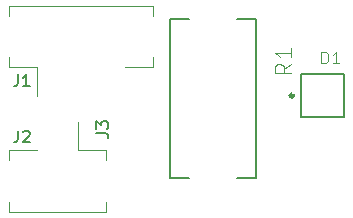
<source format=gbr>
G04 #@! TF.GenerationSoftware,KiCad,Pcbnew,(5.1.0)-1*
G04 #@! TF.CreationDate,2020-02-21T11:36:37+00:00*
G04 #@! TF.ProjectId,Line Generator,4c696e65-2047-4656-9e65-7261746f722e,rev?*
G04 #@! TF.SameCoordinates,Original*
G04 #@! TF.FileFunction,Legend,Top*
G04 #@! TF.FilePolarity,Positive*
%FSLAX46Y46*%
G04 Gerber Fmt 4.6, Leading zero omitted, Abs format (unit mm)*
G04 Created by KiCad (PCBNEW (5.1.0)-1) date 2020-02-21 11:36:37*
%MOMM*%
%LPD*%
G04 APERTURE LIST*
%ADD10C,0.300000*%
%ADD11C,0.127000*%
%ADD12C,0.120000*%
%ADD13C,0.015000*%
%ADD14C,0.150000*%
G04 APERTURE END LIST*
D10*
X92541419Y-80000000D02*
G75*
G03X92541419Y-80000000I-141419J0D01*
G01*
D11*
X96850000Y-78150000D02*
X96850000Y-81850000D01*
X96850000Y-81850000D02*
X93150000Y-81850000D01*
X93150000Y-81850000D02*
X93150000Y-78150000D01*
X93150000Y-78150000D02*
X96850000Y-78150000D01*
D12*
X68465000Y-76760000D02*
X68465000Y-77610000D01*
X68465000Y-77610000D02*
X70790000Y-77610000D01*
X70790000Y-77610000D02*
X70790000Y-80000000D01*
X80635000Y-76760000D02*
X80635000Y-77610000D01*
X80635000Y-77610000D02*
X78310000Y-77610000D01*
X68465000Y-73240000D02*
X68465000Y-72390000D01*
X68465000Y-72390000D02*
X80635000Y-72390000D01*
X80635000Y-72390000D02*
X80635000Y-73240000D01*
X76635000Y-85490000D02*
X76635000Y-84640000D01*
X76635000Y-84640000D02*
X74310000Y-84640000D01*
X74310000Y-84640000D02*
X74310000Y-82250000D01*
X68465000Y-85490000D02*
X68465000Y-84640000D01*
X68465000Y-84640000D02*
X70790000Y-84640000D01*
X76635000Y-89010000D02*
X76635000Y-89860000D01*
X76635000Y-89860000D02*
X68465000Y-89860000D01*
X68465000Y-89860000D02*
X68465000Y-89010000D01*
D11*
X82100000Y-73500000D02*
X83700000Y-73500000D01*
X82100000Y-87000000D02*
X82100000Y-73500000D01*
X83700000Y-87000000D02*
X82100000Y-87000000D01*
X89400000Y-87000000D02*
X87750000Y-87000000D01*
X89400000Y-73500000D02*
X89400000Y-87000000D01*
X87750000Y-73500000D02*
X89400000Y-73500000D01*
D13*
X94896782Y-77274390D02*
X94896782Y-76273296D01*
X95135138Y-76273296D01*
X95278151Y-76320968D01*
X95373493Y-76416310D01*
X95421164Y-76511652D01*
X95468836Y-76702337D01*
X95468836Y-76845350D01*
X95421164Y-77036035D01*
X95373493Y-77131377D01*
X95278151Y-77226719D01*
X95135138Y-77274390D01*
X94896782Y-77274390D01*
X96422258Y-77274390D02*
X95850205Y-77274390D01*
X96136232Y-77274390D02*
X96136232Y-76273296D01*
X96040889Y-76416310D01*
X95945547Y-76511652D01*
X95850205Y-76559323D01*
D14*
X69216666Y-78202380D02*
X69216666Y-78916666D01*
X69169047Y-79059523D01*
X69073809Y-79154761D01*
X68930952Y-79202380D01*
X68835714Y-79202380D01*
X70216666Y-79202380D02*
X69645238Y-79202380D01*
X69930952Y-79202380D02*
X69930952Y-78202380D01*
X69835714Y-78345238D01*
X69740476Y-78440476D01*
X69645238Y-78488095D01*
X69216666Y-82952380D02*
X69216666Y-83666666D01*
X69169047Y-83809523D01*
X69073809Y-83904761D01*
X68930952Y-83952380D01*
X68835714Y-83952380D01*
X69645238Y-83047619D02*
X69692857Y-83000000D01*
X69788095Y-82952380D01*
X70026190Y-82952380D01*
X70121428Y-83000000D01*
X70169047Y-83047619D01*
X70216666Y-83142857D01*
X70216666Y-83238095D01*
X70169047Y-83380952D01*
X69597619Y-83952380D01*
X70216666Y-83952380D01*
D13*
X92365407Y-77302505D02*
X91697420Y-77770096D01*
X92365407Y-78104089D02*
X90962635Y-78104089D01*
X90962635Y-77569700D01*
X91029434Y-77436102D01*
X91096232Y-77369304D01*
X91229830Y-77302505D01*
X91430226Y-77302505D01*
X91563823Y-77369304D01*
X91630622Y-77436102D01*
X91697420Y-77569700D01*
X91697420Y-78104089D01*
X92365407Y-75966532D02*
X92365407Y-76768116D01*
X92365407Y-76367324D02*
X90962635Y-76367324D01*
X91163031Y-76500921D01*
X91296628Y-76634518D01*
X91363427Y-76768116D01*
D14*
X75852380Y-83183333D02*
X76566666Y-83183333D01*
X76709523Y-83230952D01*
X76804761Y-83326190D01*
X76852380Y-83469047D01*
X76852380Y-83564285D01*
X75852380Y-82802380D02*
X75852380Y-82183333D01*
X76233333Y-82516666D01*
X76233333Y-82373809D01*
X76280952Y-82278571D01*
X76328571Y-82230952D01*
X76423809Y-82183333D01*
X76661904Y-82183333D01*
X76757142Y-82230952D01*
X76804761Y-82278571D01*
X76852380Y-82373809D01*
X76852380Y-82659523D01*
X76804761Y-82754761D01*
X76757142Y-82802380D01*
M02*

</source>
